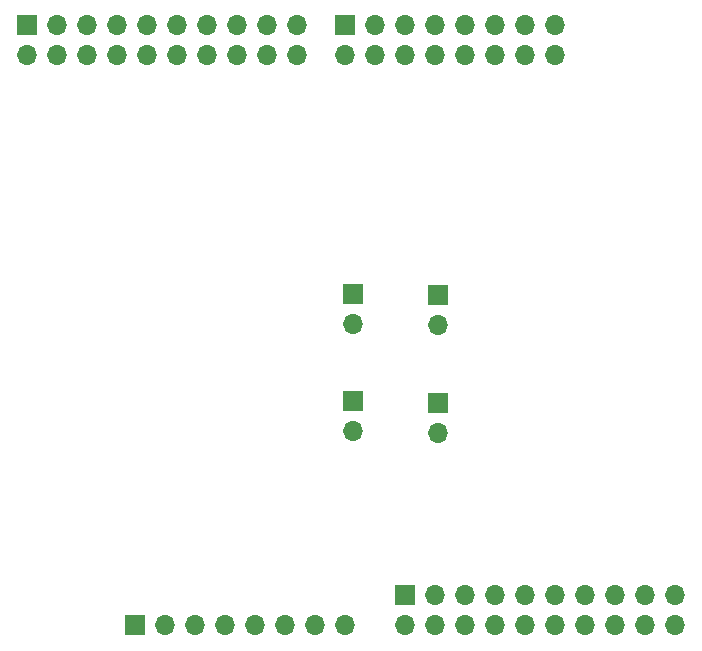
<source format=gbs>
G04 #@! TF.GenerationSoftware,KiCad,Pcbnew,(5.1.10)-1*
G04 #@! TF.CreationDate,2022-05-03T13:10:24+02:00*
G04 #@! TF.ProjectId,psoc_shield,70736f63-5f73-4686-9965-6c642e6b6963,rev?*
G04 #@! TF.SameCoordinates,Original*
G04 #@! TF.FileFunction,Soldermask,Bot*
G04 #@! TF.FilePolarity,Negative*
%FSLAX46Y46*%
G04 Gerber Fmt 4.6, Leading zero omitted, Abs format (unit mm)*
G04 Created by KiCad (PCBNEW (5.1.10)-1) date 2022-05-03 13:10:24*
%MOMM*%
%LPD*%
G01*
G04 APERTURE LIST*
%ADD10O,1.700000X1.700000*%
%ADD11R,1.700000X1.700000*%
G04 APERTURE END LIST*
D10*
X153700000Y-77697400D03*
X153700000Y-75157400D03*
X151160000Y-77697400D03*
X151160000Y-75157400D03*
X148620000Y-77697400D03*
X148620000Y-75157400D03*
X146080000Y-77697400D03*
X146080000Y-75157400D03*
X143540000Y-77697400D03*
X143540000Y-75157400D03*
X141000000Y-77697400D03*
X141000000Y-75157400D03*
X138460000Y-77697400D03*
X138460000Y-75157400D03*
X135920000Y-77697400D03*
D11*
X135920000Y-75157400D03*
D10*
X131800900Y-77680100D03*
X131800900Y-75140100D03*
X129260900Y-77680100D03*
X129260900Y-75140100D03*
X126720900Y-77680100D03*
X126720900Y-75140100D03*
X124180900Y-77680100D03*
X124180900Y-75140100D03*
X121640900Y-77680100D03*
X121640900Y-75140100D03*
X119100900Y-77680100D03*
X119100900Y-75140100D03*
X116560900Y-77680100D03*
X116560900Y-75140100D03*
X114020900Y-77680100D03*
X114020900Y-75140100D03*
X111480900Y-77680100D03*
X111480900Y-75140100D03*
X108940900Y-77680100D03*
D11*
X108940900Y-75140100D03*
D10*
X143800000Y-100540000D03*
D11*
X143800000Y-98000000D03*
D10*
X143800000Y-109700000D03*
D11*
X143800000Y-107160000D03*
D10*
X136600000Y-109500000D03*
D11*
X136600000Y-106960000D03*
D10*
X136600000Y-100440000D03*
D11*
X136600000Y-97900000D03*
X118140000Y-125965000D03*
D10*
X120680000Y-125965000D03*
X123220000Y-125965000D03*
X125760000Y-125965000D03*
X128300000Y-125965000D03*
X130840000Y-125965000D03*
X133380000Y-125965000D03*
X135920000Y-125965000D03*
X163860000Y-125965000D03*
X163860000Y-123425000D03*
X161320000Y-125965000D03*
X161320000Y-123425000D03*
X158780000Y-125965000D03*
X158780000Y-123425000D03*
X156240000Y-125965000D03*
X156240000Y-123425000D03*
X153700000Y-125965000D03*
X153700000Y-123425000D03*
X151160000Y-125965000D03*
X151160000Y-123425000D03*
X148620000Y-125965000D03*
X148620000Y-123425000D03*
X146080000Y-125965000D03*
X146080000Y-123425000D03*
X143540000Y-125965000D03*
X143540000Y-123425000D03*
X141000000Y-125965000D03*
D11*
X141000000Y-123425000D03*
M02*

</source>
